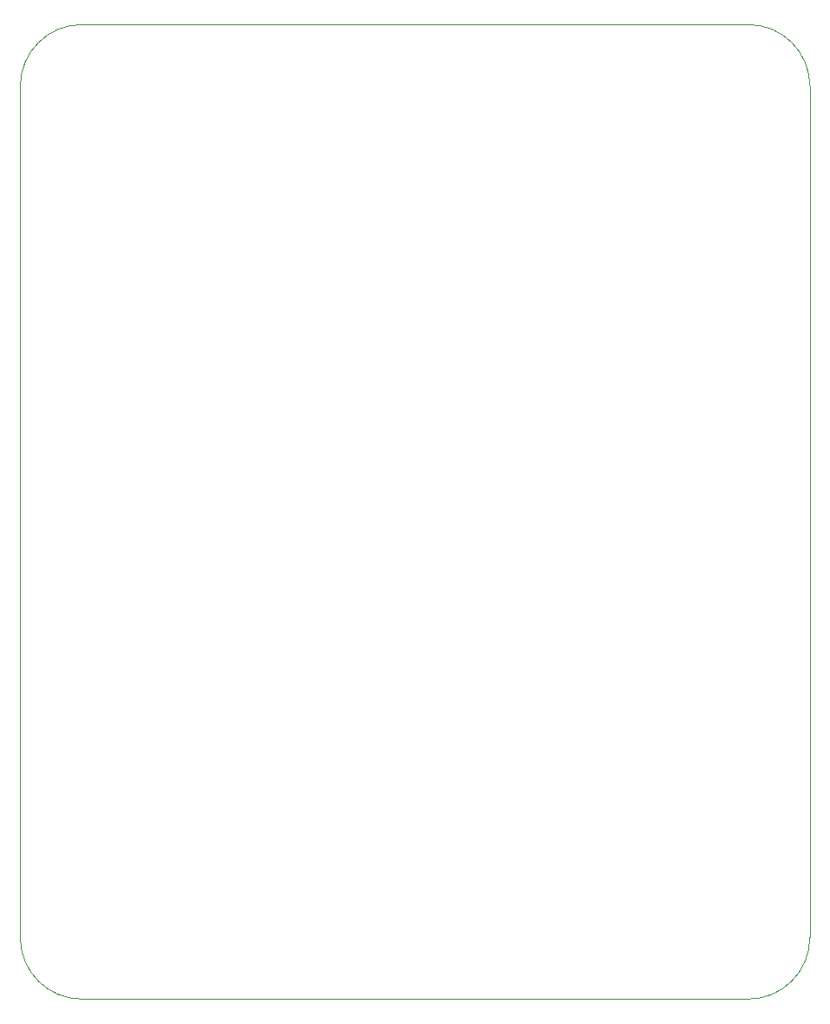
<source format=gbr>
G04 #@! TF.FileFunction,Profile,NP*
%FSLAX46Y46*%
G04 Gerber Fmt 4.6, Leading zero omitted, Abs format (unit mm)*
G04 Created by KiCad (PCBNEW (after 2015-mar-04 BZR unknown)-product) date 10/25/2016 5:34:20 PM*
%MOMM*%
G01*
G04 APERTURE LIST*
%ADD10C,0.150000*%
%ADD11C,0.100000*%
G04 APERTURE END LIST*
D10*
D11*
X16000000Y-10000000D02*
X81000000Y-10000000D01*
X87000000Y-99000000D02*
X87000000Y-16000000D01*
X81000000Y-105000000D02*
X16000000Y-105000000D01*
X10000000Y-99000000D02*
X10000000Y-16000000D01*
X10000000Y-99000000D02*
G75*
G03X16000000Y-105000000I6000000J0D01*
G01*
X81000000Y-105000000D02*
G75*
G03X87000000Y-99000000I0J6000000D01*
G01*
X87000000Y-16000000D02*
G75*
G03X81000000Y-10000000I-6000000J0D01*
G01*
X16000000Y-10000000D02*
G75*
G03X10000000Y-16000000I0J-6000000D01*
G01*
M02*

</source>
